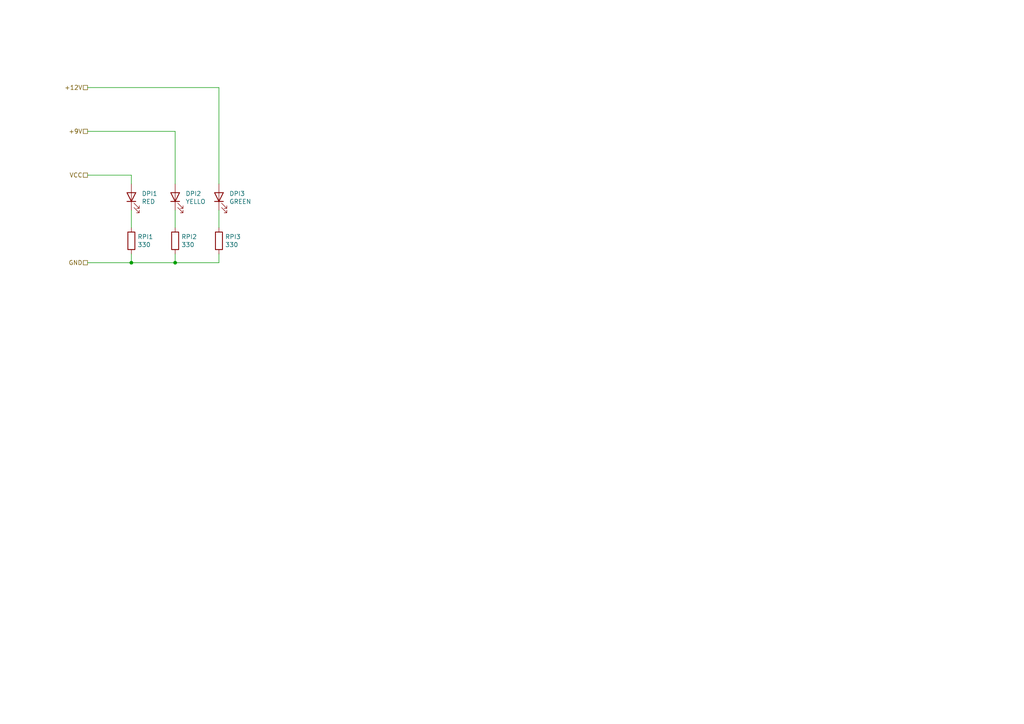
<source format=kicad_sch>
(kicad_sch (version 20211123) (generator eeschema)
  (paper "A4")
  (lib_symbols
    (symbol "Device:LED" (pin_numbers hide) (pin_names (offset 1.016) hide)
      (property "Reference" "D" (at 0 2.54 0))
      (property "Value" "LED" (at 0 -2.54 0))
      (symbol "LED_0_1"
        (polyline (pts (xy -1.27 -1.27) (xy -1.27 1.27)) (stroke (width 0.254)))
        (polyline (pts (xy -1.27 0) (xy 1.27 0)))
        (polyline (pts (xy 1.27 -1.27) (xy 1.27 1.27) (xy -1.27 0) (xy 1.27 -1.27)) (stroke (width 0.254)))
        (polyline (pts (xy -3.048 -0.762) (xy -4.572 -2.286) (xy -3.81 -2.286) (xy -4.572 -2.286) (xy -4.572 -1.524)))
        (polyline (pts (xy -1.778 -0.762) (xy -3.302 -2.286) (xy -2.54 -2.286) (xy -3.302 -2.286) (xy -3.302 -1.524)))
      )
      (symbol "LED_1_1"
        (pin passive line (at -3.81 0 0) (length 2.54) (name "K") (number "1"))
        (pin passive line (at 3.81 0 180) (length 2.54) (name "A") (number "2"))
      )
    )
    (symbol "Device:R" (pin_numbers hide) (pin_names (offset 0))
      (property "Reference" "R" (at 2.032 0 90))
      (property "Value" "R" (at 0 0 90))
      (symbol "R_0_1"
        (rectangle (start -1.016 -2.54) (end 1.016 2.54) (stroke (width 0.254)))
      )
      (symbol "R_1_1"
        (pin passive line (at 0 3.81 270) (length 1.27) (name "~") (number "1"))
        (pin passive line (at 0 -3.81 90) (length 1.27) (name "~") (number "2"))
      )
    )
  )
  (junction (at 38.1 76.2))
  (junction (at 50.8 76.2))
  (wire (pts (xy 50.8 38.1) (xy 50.8 53.34)))
  (wire (pts (xy 38.1 73.66) (xy 38.1 76.2)))
  (wire (pts (xy 25.4 25.4) (xy 63.5 25.4)))
  (wire (pts (xy 63.5 25.4) (xy 63.5 53.34)))
  (wire (pts (xy 25.4 50.8) (xy 38.1 50.8)))
  (wire (pts (xy 38.1 76.2) (xy 50.8 76.2)))
  (wire (pts (xy 63.5 73.66) (xy 63.5 76.2)))
  (wire (pts (xy 50.8 60.96) (xy 50.8 66.04)))
  (wire (pts (xy 50.8 76.2) (xy 63.5 76.2)))
  (wire (pts (xy 25.4 38.1) (xy 50.8 38.1)))
  (wire (pts (xy 50.8 73.66) (xy 50.8 76.2)))
  (wire (pts (xy 25.4 76.2) (xy 38.1 76.2)))
  (wire (pts (xy 38.1 50.8) (xy 38.1 53.34)))
  (wire (pts (xy 63.5 60.96) (xy 63.5 66.04)))
  (wire (pts (xy 38.1 60.96) (xy 38.1 66.04)))
  (hierarchical_label "+9V" (shape passive) (at 25.4 38.1 180))
  (hierarchical_label "GND" (shape passive) (at 25.4 76.2 180))
  (hierarchical_label "VCC" (shape passive) (at 25.4 50.8 180))
  (hierarchical_label "+12V" (shape passive) (at 25.4 25.4 180))
  (symbol (lib_id "Device:R") (at 38.1 69.85 0) (unit 1)
    (property "Reference" "RPI1" (at 39.878 68.6816 0) (effects (justify left)))
    (property "Value" "330" (at 39.878 70.993 0) (effects (justify left)))
    (property "Footprint" "Resistor_SMD:R_0805_2012Metric_Pad1.20x1.40mm_HandSolder" (effects hide))
  )
  (symbol (lib_id "Device:R") (at 50.8 69.85 0) (unit 1)
    (property "Reference" "RPI2" (at 52.578 68.6816 0) (effects (justify left)))
    (property "Value" "330" (at 52.578 70.993 0) (effects (justify left)))
    (property "Footprint" "Resistor_SMD:R_0805_2012Metric_Pad1.20x1.40mm_HandSolder" (effects hide))
  )
  (symbol (lib_id "Device:R") (at 63.5 69.85 0) (unit 1)
    (property "Reference" "RPI3" (at 65.278 68.6816 0) (effects (justify left)))
    (property "Value" "330" (at 65.278 70.993 0) (effects (justify left)))
    (property "Footprint" "Resistor_SMD:R_0805_2012Metric_Pad1.20x1.40mm_HandSolder" (effects hide))
  )
  (symbol (lib_id "Device:LED") (at 38.1 57.15 90) (unit 1)
    (property "Reference" "DPI1" (at 41.0972 56.1594 90) (effects (justify right)))
    (property "Value" "RED" (at 41.0972 58.4708 90) (effects (justify right)))
    (property "Footprint" "LED_SMD:LED_0805_2012Metric_Pad1.15x1.40mm_HandSolder" (effects hide))
  )
  (symbol (lib_id "Device:LED") (at 50.8 57.15 90) (unit 1)
    (property "Reference" "DPI2" (at 53.7972 56.1594 90) (effects (justify right)))
    (property "Value" "YELLO" (at 53.7972 58.4708 90) (effects (justify right)))
    (property "Footprint" "LED_SMD:LED_0805_2012Metric_Pad1.15x1.40mm_HandSolder" (effects hide))
  )
  (symbol (lib_id "Device:LED") (at 63.5 57.15 90) (unit 1)
    (property "Reference" "DPI3" (at 66.4972 56.1594 90) (effects (justify right)))
    (property "Value" "GREEN" (at 66.4972 58.4708 90) (effects (justify right)))
    (property "Footprint" "LED_SMD:LED_0805_2012Metric_Pad1.15x1.40mm_HandSolder" (effects hide))
  )
)
</source>
